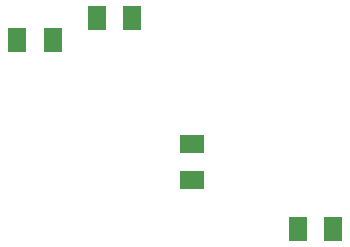
<source format=gbp>
G04 Layer_Color=128*
%FSLAX24Y24*%
%MOIN*%
G70*
G01*
G75*
%ADD12R,0.0591X0.0787*%
%ADD14R,0.0787X0.0591*%
D12*
X10944Y1150D02*
D03*
X12125D02*
D03*
X4244Y8200D02*
D03*
X5425D02*
D03*
X2775Y7450D02*
D03*
X1594D02*
D03*
D14*
X7434Y2809D02*
D03*
Y3991D02*
D03*
M02*

</source>
